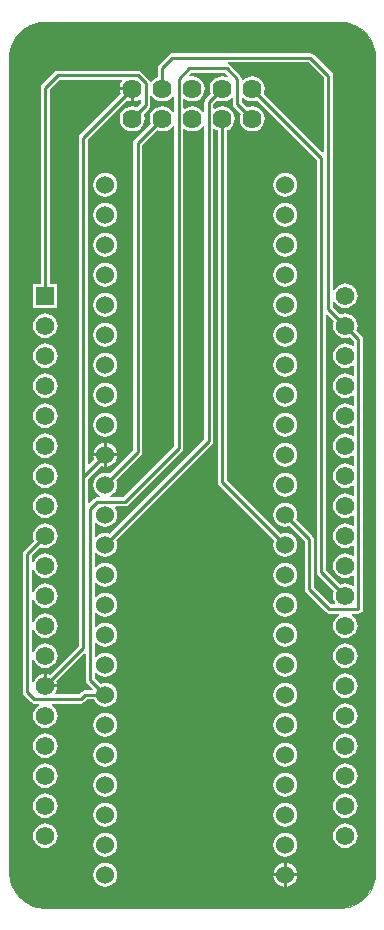
<source format=gtl>
G04*
G04 #@! TF.GenerationSoftware,Altium Limited,Altium Designer,20.1.14 (287)*
G04*
G04 Layer_Physical_Order=1*
G04 Layer_Color=255*
%FSLAX25Y25*%
%MOIN*%
G70*
G04*
G04 #@! TF.SameCoordinates,864C0722-24F4-47D7-AB5F-EB3DBA867953*
G04*
G04*
G04 #@! TF.FilePolarity,Positive*
G04*
G01*
G75*
%ADD13C,0.01000*%
%ADD14C,0.00050*%
%ADD20R,0.06142X0.06142*%
%ADD21C,0.06142*%
%ADD22C,0.06000*%
%ADD23C,0.06378*%
G36*
X110236Y295276D02*
X111010D01*
X112545Y295074D01*
X114041Y294673D01*
X115471Y294080D01*
X116812Y293306D01*
X118041Y292364D01*
X119135Y291269D01*
X120078Y290040D01*
X120852Y288700D01*
X121444Y287269D01*
X121845Y285774D01*
X122047Y284239D01*
Y283465D01*
X122047Y283465D01*
X122047Y283465D01*
Y11811D01*
X122047Y11811D01*
X122047Y11811D01*
Y11037D01*
X121845Y9502D01*
X121444Y8006D01*
X120852Y6576D01*
X120078Y5235D01*
X119135Y4007D01*
X118041Y2912D01*
X116812Y1969D01*
X115471Y1195D01*
X114041Y603D01*
X112545Y202D01*
X111010Y0D01*
X11037D01*
X9502Y202D01*
X8006Y603D01*
X6576Y1195D01*
X5235Y1969D01*
X4007Y2912D01*
X2912Y4007D01*
X1969Y5235D01*
X1195Y6576D01*
X603Y8006D01*
X202Y9502D01*
X0Y11037D01*
Y11811D01*
Y283465D01*
Y284239D01*
X202Y285774D01*
X603Y287269D01*
X1195Y288700D01*
X1969Y290040D01*
X2912Y291269D01*
X4007Y292364D01*
X5235Y293306D01*
X6576Y294080D01*
X8006Y294673D01*
X9502Y295074D01*
X11037Y295276D01*
X11811D01*
X11811Y295276D01*
X11811Y295276D01*
X110236D01*
X110236Y295276D01*
D02*
G37*
%LPC*%
G36*
X100400Y284829D02*
X54300D01*
X53715Y284713D01*
X53219Y284381D01*
X49919Y281081D01*
X49587Y280585D01*
X49471Y280000D01*
Y276901D01*
X48887Y276659D01*
X48012Y275988D01*
X47481Y275295D01*
X46946Y275419D01*
X46913Y275585D01*
X46581Y276081D01*
X44081Y278581D01*
X43585Y278913D01*
X43000Y279029D01*
X16100D01*
X15515Y278913D01*
X15019Y278581D01*
X10919Y274481D01*
X10587Y273985D01*
X10471Y273400D01*
Y208071D01*
X7929D01*
Y199929D01*
X16071D01*
Y208071D01*
X13529D01*
Y272766D01*
X16734Y275971D01*
X37434D01*
X37655Y275522D01*
X37341Y275113D01*
X36919Y274094D01*
X36841Y273500D01*
X41000D01*
Y273000D01*
X41500D01*
Y268841D01*
X42094Y268919D01*
X43113Y269341D01*
X43522Y269655D01*
X43971Y269434D01*
Y268133D01*
X42677Y266840D01*
X42094Y267081D01*
X41000Y267225D01*
X39906Y267081D01*
X38887Y266659D01*
X38012Y265988D01*
X37341Y265113D01*
X36919Y264094D01*
X36775Y263000D01*
X36919Y261906D01*
X37341Y260887D01*
X38012Y260012D01*
X38887Y259341D01*
X39906Y258919D01*
X41000Y258775D01*
X42094Y258919D01*
X43113Y259341D01*
X43988Y260012D01*
X44659Y260887D01*
X45081Y261906D01*
X45225Y263000D01*
X45081Y264094D01*
X44840Y264677D01*
X46581Y266419D01*
X46913Y266915D01*
X47029Y267500D01*
Y270472D01*
X47529Y270642D01*
X48012Y270012D01*
X48887Y269341D01*
X49907Y268919D01*
X51000Y268775D01*
X52094Y268919D01*
X53113Y269341D01*
X53988Y270012D01*
X54471Y270642D01*
X54971Y270472D01*
Y265528D01*
X54471Y265358D01*
X53988Y265988D01*
X53113Y266659D01*
X52094Y267081D01*
X51000Y267225D01*
X49907Y267081D01*
X48887Y266659D01*
X48012Y265988D01*
X47341Y265113D01*
X46919Y264094D01*
X46775Y263000D01*
X46919Y261906D01*
X47160Y261323D01*
X41719Y255881D01*
X41387Y255385D01*
X41271Y254800D01*
Y152434D01*
X33532Y144695D01*
X33044Y144897D01*
X32000Y145035D01*
X30956Y144897D01*
X29983Y144494D01*
X29147Y143853D01*
X28506Y143017D01*
X28103Y142044D01*
X27966Y141000D01*
X28103Y139956D01*
X28506Y138983D01*
X29147Y138147D01*
X29983Y137506D01*
X30409Y137329D01*
X30310Y136829D01*
X29300D01*
X28715Y136713D01*
X28219Y136381D01*
X26691Y134854D01*
X26229Y135046D01*
Y143067D01*
X30468Y147305D01*
X30956Y147103D01*
X31500Y147031D01*
Y150500D01*
X28031D01*
X28103Y149956D01*
X28305Y149468D01*
X26691Y147854D01*
X26229Y148046D01*
Y256066D01*
X39323Y269160D01*
X39906Y268919D01*
X40500Y268841D01*
Y272500D01*
X36841D01*
X36919Y271906D01*
X37160Y271323D01*
X23619Y257781D01*
X23287Y257285D01*
X23171Y256700D01*
Y143700D01*
Y87334D01*
X13586Y77749D01*
X13063Y77966D01*
X12500Y78040D01*
Y74500D01*
X16040D01*
X15966Y75063D01*
X15749Y75586D01*
X25009Y84846D01*
X25471Y84654D01*
Y76000D01*
X25587Y75415D01*
X25919Y74919D01*
X27808Y73029D01*
X27601Y72529D01*
X25200D01*
X24615Y72413D01*
X24119Y72081D01*
X23167Y71129D01*
X15494D01*
X15273Y71578D01*
X15556Y71947D01*
X15966Y72937D01*
X16040Y73500D01*
X12000D01*
Y74000D01*
X11500D01*
Y78040D01*
X10937Y77966D01*
X9947Y77556D01*
X9097Y76903D01*
X8444Y76053D01*
X8034Y75063D01*
X8029Y75028D01*
X7529Y75061D01*
Y82939D01*
X8029Y82972D01*
X8034Y82937D01*
X8444Y81947D01*
X9097Y81097D01*
X9947Y80444D01*
X10937Y80034D01*
X12000Y79894D01*
X13063Y80034D01*
X14053Y80444D01*
X14903Y81097D01*
X15556Y81947D01*
X15966Y82937D01*
X16106Y84000D01*
X15966Y85063D01*
X15556Y86053D01*
X14903Y86903D01*
X14053Y87556D01*
X13063Y87966D01*
X12000Y88106D01*
X10937Y87966D01*
X9947Y87556D01*
X9097Y86903D01*
X8444Y86053D01*
X8034Y85063D01*
X8029Y85028D01*
X7529Y85061D01*
Y92939D01*
X8029Y92972D01*
X8034Y92937D01*
X8444Y91947D01*
X9097Y91097D01*
X9947Y90444D01*
X10937Y90034D01*
X12000Y89894D01*
X13063Y90034D01*
X14053Y90444D01*
X14903Y91097D01*
X15556Y91947D01*
X15966Y92937D01*
X16106Y94000D01*
X15966Y95063D01*
X15556Y96053D01*
X14903Y96903D01*
X14053Y97556D01*
X13063Y97966D01*
X12000Y98106D01*
X10937Y97966D01*
X9947Y97556D01*
X9097Y96903D01*
X8444Y96053D01*
X8034Y95063D01*
X8029Y95028D01*
X7529Y95061D01*
Y102939D01*
X8029Y102972D01*
X8034Y102937D01*
X8444Y101947D01*
X9097Y101097D01*
X9947Y100444D01*
X10937Y100034D01*
X12000Y99894D01*
X13063Y100034D01*
X14053Y100444D01*
X14903Y101097D01*
X15556Y101947D01*
X15966Y102937D01*
X16106Y104000D01*
X15966Y105063D01*
X15556Y106053D01*
X14903Y106903D01*
X14053Y107556D01*
X13063Y107966D01*
X12000Y108106D01*
X10937Y107966D01*
X9947Y107556D01*
X9097Y106903D01*
X8444Y106053D01*
X8034Y105063D01*
X8029Y105028D01*
X7529Y105061D01*
Y112939D01*
X8029Y112972D01*
X8034Y112937D01*
X8444Y111947D01*
X9097Y111097D01*
X9947Y110444D01*
X10937Y110034D01*
X12000Y109894D01*
X13063Y110034D01*
X14053Y110444D01*
X14903Y111097D01*
X15556Y111947D01*
X15966Y112937D01*
X16106Y114000D01*
X15966Y115063D01*
X15556Y116053D01*
X14903Y116903D01*
X14053Y117556D01*
X13063Y117966D01*
X12000Y118106D01*
X10937Y117966D01*
X9947Y117556D01*
X9097Y116903D01*
X8444Y116053D01*
X8034Y115063D01*
X8029Y115028D01*
X7529Y115061D01*
Y117367D01*
X10414Y120251D01*
X10937Y120034D01*
X12000Y119894D01*
X13063Y120034D01*
X14053Y120444D01*
X14903Y121097D01*
X15556Y121947D01*
X15966Y122937D01*
X16106Y124000D01*
X15966Y125063D01*
X15556Y126053D01*
X14903Y126903D01*
X14053Y127556D01*
X13063Y127966D01*
X12000Y128106D01*
X10937Y127966D01*
X9947Y127556D01*
X9097Y126903D01*
X8444Y126053D01*
X8034Y125063D01*
X7894Y124000D01*
X8034Y122937D01*
X8251Y122414D01*
X4919Y119081D01*
X4587Y118585D01*
X4471Y118000D01*
Y72000D01*
X4587Y71415D01*
X4919Y70919D01*
X7319Y68519D01*
X7815Y68187D01*
X8400Y68071D01*
X9883D01*
X9983Y67571D01*
X9947Y67556D01*
X9097Y66903D01*
X8444Y66053D01*
X8034Y65063D01*
X7894Y64000D01*
X8034Y62937D01*
X8444Y61947D01*
X9097Y61097D01*
X9947Y60444D01*
X10937Y60034D01*
X12000Y59894D01*
X13063Y60034D01*
X14053Y60444D01*
X14903Y61097D01*
X15556Y61947D01*
X15966Y62937D01*
X16106Y64000D01*
X15966Y65063D01*
X15556Y66053D01*
X14903Y66903D01*
X14053Y67556D01*
X14017Y67571D01*
X14117Y68071D01*
X23800D01*
X24385Y68187D01*
X24881Y68519D01*
X25833Y69471D01*
X28304D01*
X28506Y68983D01*
X29147Y68147D01*
X29983Y67506D01*
X30956Y67103D01*
X32000Y66966D01*
X33044Y67103D01*
X34017Y67506D01*
X34853Y68147D01*
X35494Y68983D01*
X35897Y69956D01*
X36035Y71000D01*
X35897Y72044D01*
X35494Y73017D01*
X34853Y73853D01*
X34017Y74494D01*
X33044Y74897D01*
X32000Y75034D01*
X30956Y74897D01*
X30468Y74695D01*
X28529Y76634D01*
Y78175D01*
X29003Y78335D01*
X29147Y78147D01*
X29983Y77506D01*
X30956Y77103D01*
X32000Y76965D01*
X33044Y77103D01*
X34017Y77506D01*
X34853Y78147D01*
X35494Y78983D01*
X35897Y79956D01*
X36035Y81000D01*
X35897Y82044D01*
X35494Y83017D01*
X34853Y83853D01*
X34017Y84494D01*
X33044Y84897D01*
X32000Y85035D01*
X30956Y84897D01*
X29983Y84494D01*
X29147Y83853D01*
X29003Y83665D01*
X28529Y83825D01*
Y88174D01*
X29003Y88335D01*
X29147Y88147D01*
X29983Y87506D01*
X30956Y87103D01*
X32000Y86966D01*
X33044Y87103D01*
X34017Y87506D01*
X34853Y88147D01*
X35494Y88983D01*
X35897Y89956D01*
X36035Y91000D01*
X35897Y92044D01*
X35494Y93017D01*
X34853Y93853D01*
X34017Y94494D01*
X33044Y94897D01*
X32000Y95034D01*
X30956Y94897D01*
X29983Y94494D01*
X29147Y93853D01*
X29003Y93665D01*
X28529Y93826D01*
Y98175D01*
X29003Y98335D01*
X29147Y98147D01*
X29983Y97506D01*
X30956Y97103D01*
X32000Y96965D01*
X33044Y97103D01*
X34017Y97506D01*
X34853Y98147D01*
X35494Y98983D01*
X35897Y99956D01*
X36035Y101000D01*
X35897Y102044D01*
X35494Y103017D01*
X34853Y103853D01*
X34017Y104494D01*
X33044Y104897D01*
X32000Y105034D01*
X30956Y104897D01*
X29983Y104494D01*
X29147Y103853D01*
X29003Y103665D01*
X28529Y103825D01*
Y108175D01*
X29003Y108335D01*
X29147Y108147D01*
X29983Y107506D01*
X30956Y107103D01*
X32000Y106965D01*
X33044Y107103D01*
X34017Y107506D01*
X34853Y108147D01*
X35494Y108983D01*
X35897Y109956D01*
X36035Y111000D01*
X35897Y112044D01*
X35494Y113017D01*
X34853Y113853D01*
X34017Y114494D01*
X33044Y114897D01*
X32000Y115034D01*
X30956Y114897D01*
X29983Y114494D01*
X29147Y113853D01*
X29003Y113665D01*
X28529Y113826D01*
Y118175D01*
X29003Y118335D01*
X29147Y118147D01*
X29983Y117506D01*
X30956Y117103D01*
X32000Y116965D01*
X33044Y117103D01*
X34017Y117506D01*
X34853Y118147D01*
X35494Y118983D01*
X35897Y119956D01*
X36035Y121000D01*
X35897Y122044D01*
X35695Y122532D01*
X67581Y154419D01*
X67913Y154915D01*
X68029Y155500D01*
Y259434D01*
X68478Y259655D01*
X68887Y259341D01*
X69471Y259099D01*
Y142000D01*
X69587Y141415D01*
X69919Y140919D01*
X88305Y122532D01*
X88103Y122044D01*
X87966Y121000D01*
X88103Y119956D01*
X88506Y118983D01*
X89147Y118147D01*
X89983Y117506D01*
X90956Y117103D01*
X92000Y116965D01*
X93044Y117103D01*
X94017Y117506D01*
X94853Y118147D01*
X95494Y118983D01*
X95897Y119956D01*
X96034Y121000D01*
X95897Y122044D01*
X95494Y123017D01*
X94853Y123853D01*
X94017Y124494D01*
X93044Y124897D01*
X92000Y125034D01*
X90956Y124897D01*
X90468Y124695D01*
X72529Y142633D01*
Y259099D01*
X73113Y259341D01*
X73988Y260012D01*
X74659Y260887D01*
X75081Y261906D01*
X75225Y263000D01*
X75081Y264094D01*
X74659Y265113D01*
X73988Y265988D01*
X73113Y266659D01*
X72094Y267081D01*
X71000Y267225D01*
X69906Y267081D01*
X68887Y266659D01*
X68478Y266345D01*
X68029Y266566D01*
Y267866D01*
X69323Y269160D01*
X69906Y268919D01*
X71000Y268775D01*
X72094Y268919D01*
X73113Y269341D01*
X73971Y269999D01*
X74151Y269972D01*
X74471Y269864D01*
Y268000D01*
X74587Y267415D01*
X74919Y266919D01*
X77160Y264677D01*
X76919Y264094D01*
X76775Y263000D01*
X76919Y261906D01*
X77341Y260887D01*
X78012Y260012D01*
X78887Y259341D01*
X79906Y258919D01*
X81000Y258775D01*
X82094Y258919D01*
X83113Y259341D01*
X83988Y260012D01*
X84659Y260887D01*
X85081Y261906D01*
X85225Y263000D01*
X85081Y264094D01*
X84659Y265113D01*
X83988Y265988D01*
X83113Y266659D01*
X82094Y267081D01*
X81000Y267225D01*
X79906Y267081D01*
X79323Y266840D01*
X77529Y268634D01*
Y269864D01*
X77849Y269972D01*
X78029Y269999D01*
X78887Y269341D01*
X79906Y268919D01*
X81000Y268775D01*
X82094Y268919D01*
X82677Y269160D01*
X102471Y249366D01*
Y112000D01*
X102587Y111415D01*
X102919Y110919D01*
X108251Y105586D01*
X108034Y105063D01*
X107894Y104000D01*
X108034Y102937D01*
X108444Y101947D01*
X108727Y101578D01*
X108506Y101129D01*
X107321D01*
X101529Y106921D01*
Y123000D01*
X101413Y123585D01*
X101081Y124081D01*
X95695Y129468D01*
X95897Y129956D01*
X96034Y131000D01*
X95897Y132044D01*
X95494Y133017D01*
X94853Y133853D01*
X94017Y134494D01*
X93044Y134897D01*
X92000Y135035D01*
X90956Y134897D01*
X89983Y134494D01*
X89147Y133853D01*
X88506Y133017D01*
X88103Y132044D01*
X87966Y131000D01*
X88103Y129956D01*
X88506Y128983D01*
X89147Y128147D01*
X89983Y127506D01*
X90956Y127103D01*
X92000Y126965D01*
X93044Y127103D01*
X93532Y127305D01*
X98471Y122366D01*
Y106287D01*
X98587Y105702D01*
X98919Y105206D01*
X105606Y98519D01*
X106102Y98187D01*
X106687Y98071D01*
X109883D01*
X109983Y97571D01*
X109947Y97556D01*
X109097Y96903D01*
X108444Y96053D01*
X108034Y95063D01*
X107894Y94000D01*
X108034Y92937D01*
X108444Y91947D01*
X109097Y91097D01*
X109947Y90444D01*
X110937Y90034D01*
X112000Y89894D01*
X113063Y90034D01*
X114053Y90444D01*
X114903Y91097D01*
X115556Y91947D01*
X115966Y92937D01*
X116106Y94000D01*
X115966Y95063D01*
X115556Y96053D01*
X114903Y96903D01*
X114053Y97556D01*
X114017Y97571D01*
X114117Y98071D01*
X116400D01*
X116985Y98187D01*
X117481Y98519D01*
X117813Y99015D01*
X117929Y99600D01*
Y189600D01*
X117813Y190185D01*
X117481Y190681D01*
X115749Y192414D01*
X115966Y192937D01*
X116106Y194000D01*
X115966Y195063D01*
X115556Y196053D01*
X114903Y196903D01*
X114053Y197556D01*
X113063Y197966D01*
X112000Y198106D01*
X110937Y197966D01*
X110414Y197749D01*
X107887Y200275D01*
Y201985D01*
X108387Y202084D01*
X108444Y201947D01*
X109097Y201097D01*
X109947Y200444D01*
X110937Y200034D01*
X112000Y199894D01*
X113063Y200034D01*
X114053Y200444D01*
X114903Y201097D01*
X115556Y201947D01*
X115966Y202937D01*
X116106Y204000D01*
X115966Y205063D01*
X115556Y206053D01*
X114903Y206903D01*
X114053Y207556D01*
X113063Y207966D01*
X112000Y208106D01*
X110937Y207966D01*
X109947Y207556D01*
X109097Y206903D01*
X108444Y206053D01*
X108387Y205916D01*
X107887Y206015D01*
Y277342D01*
X107771Y277927D01*
X107439Y278424D01*
X101481Y284381D01*
X100985Y284713D01*
X100400Y284829D01*
D02*
G37*
G36*
X92000Y245035D02*
X90956Y244897D01*
X89983Y244494D01*
X89147Y243853D01*
X88506Y243017D01*
X88103Y242044D01*
X87966Y241000D01*
X88103Y239956D01*
X88506Y238983D01*
X89147Y238147D01*
X89983Y237506D01*
X90956Y237103D01*
X92000Y236965D01*
X93044Y237103D01*
X94017Y237506D01*
X94853Y238147D01*
X95494Y238983D01*
X95897Y239956D01*
X96034Y241000D01*
X95897Y242044D01*
X95494Y243017D01*
X94853Y243853D01*
X94017Y244494D01*
X93044Y244897D01*
X92000Y245035D01*
D02*
G37*
G36*
X32000D02*
X30956Y244897D01*
X29983Y244494D01*
X29147Y243853D01*
X28506Y243017D01*
X28103Y242044D01*
X27966Y241000D01*
X28103Y239956D01*
X28506Y238983D01*
X29147Y238147D01*
X29983Y237506D01*
X30956Y237103D01*
X32000Y236965D01*
X33044Y237103D01*
X34017Y237506D01*
X34853Y238147D01*
X35494Y238983D01*
X35897Y239956D01*
X36035Y241000D01*
X35897Y242044D01*
X35494Y243017D01*
X34853Y243853D01*
X34017Y244494D01*
X33044Y244897D01*
X32000Y245035D01*
D02*
G37*
G36*
X92000Y235034D02*
X90956Y234897D01*
X89983Y234494D01*
X89147Y233853D01*
X88506Y233017D01*
X88103Y232044D01*
X87966Y231000D01*
X88103Y229956D01*
X88506Y228983D01*
X89147Y228147D01*
X89983Y227506D01*
X90956Y227103D01*
X92000Y226965D01*
X93044Y227103D01*
X94017Y227506D01*
X94853Y228147D01*
X95494Y228983D01*
X95897Y229956D01*
X96034Y231000D01*
X95897Y232044D01*
X95494Y233017D01*
X94853Y233853D01*
X94017Y234494D01*
X93044Y234897D01*
X92000Y235034D01*
D02*
G37*
G36*
X32000D02*
X30956Y234897D01*
X29983Y234494D01*
X29147Y233853D01*
X28506Y233017D01*
X28103Y232044D01*
X27966Y231000D01*
X28103Y229956D01*
X28506Y228983D01*
X29147Y228147D01*
X29983Y227506D01*
X30956Y227103D01*
X32000Y226965D01*
X33044Y227103D01*
X34017Y227506D01*
X34853Y228147D01*
X35494Y228983D01*
X35897Y229956D01*
X36035Y231000D01*
X35897Y232044D01*
X35494Y233017D01*
X34853Y233853D01*
X34017Y234494D01*
X33044Y234897D01*
X32000Y235034D01*
D02*
G37*
G36*
X92000Y225034D02*
X90956Y224897D01*
X89983Y224494D01*
X89147Y223853D01*
X88506Y223017D01*
X88103Y222044D01*
X87966Y221000D01*
X88103Y219956D01*
X88506Y218983D01*
X89147Y218147D01*
X89983Y217506D01*
X90956Y217103D01*
X92000Y216966D01*
X93044Y217103D01*
X94017Y217506D01*
X94853Y218147D01*
X95494Y218983D01*
X95897Y219956D01*
X96034Y221000D01*
X95897Y222044D01*
X95494Y223017D01*
X94853Y223853D01*
X94017Y224494D01*
X93044Y224897D01*
X92000Y225034D01*
D02*
G37*
G36*
X32000D02*
X30956Y224897D01*
X29983Y224494D01*
X29147Y223853D01*
X28506Y223017D01*
X28103Y222044D01*
X27966Y221000D01*
X28103Y219956D01*
X28506Y218983D01*
X29147Y218147D01*
X29983Y217506D01*
X30956Y217103D01*
X32000Y216966D01*
X33044Y217103D01*
X34017Y217506D01*
X34853Y218147D01*
X35494Y218983D01*
X35897Y219956D01*
X36035Y221000D01*
X35897Y222044D01*
X35494Y223017D01*
X34853Y223853D01*
X34017Y224494D01*
X33044Y224897D01*
X32000Y225034D01*
D02*
G37*
G36*
X92000Y215035D02*
X90956Y214897D01*
X89983Y214494D01*
X89147Y213853D01*
X88506Y213017D01*
X88103Y212044D01*
X87966Y211000D01*
X88103Y209956D01*
X88506Y208983D01*
X89147Y208147D01*
X89983Y207506D01*
X90956Y207103D01*
X92000Y206965D01*
X93044Y207103D01*
X94017Y207506D01*
X94853Y208147D01*
X95494Y208983D01*
X95897Y209956D01*
X96034Y211000D01*
X95897Y212044D01*
X95494Y213017D01*
X94853Y213853D01*
X94017Y214494D01*
X93044Y214897D01*
X92000Y215035D01*
D02*
G37*
G36*
X32000D02*
X30956Y214897D01*
X29983Y214494D01*
X29147Y213853D01*
X28506Y213017D01*
X28103Y212044D01*
X27966Y211000D01*
X28103Y209956D01*
X28506Y208983D01*
X29147Y208147D01*
X29983Y207506D01*
X30956Y207103D01*
X32000Y206965D01*
X33044Y207103D01*
X34017Y207506D01*
X34853Y208147D01*
X35494Y208983D01*
X35897Y209956D01*
X36035Y211000D01*
X35897Y212044D01*
X35494Y213017D01*
X34853Y213853D01*
X34017Y214494D01*
X33044Y214897D01*
X32000Y215035D01*
D02*
G37*
G36*
X92000Y205034D02*
X90956Y204897D01*
X89983Y204494D01*
X89147Y203853D01*
X88506Y203017D01*
X88103Y202044D01*
X87966Y201000D01*
X88103Y199956D01*
X88506Y198983D01*
X89147Y198147D01*
X89983Y197506D01*
X90956Y197103D01*
X92000Y196966D01*
X93044Y197103D01*
X94017Y197506D01*
X94853Y198147D01*
X95494Y198983D01*
X95897Y199956D01*
X96034Y201000D01*
X95897Y202044D01*
X95494Y203017D01*
X94853Y203853D01*
X94017Y204494D01*
X93044Y204897D01*
X92000Y205034D01*
D02*
G37*
G36*
X32000D02*
X30956Y204897D01*
X29983Y204494D01*
X29147Y203853D01*
X28506Y203017D01*
X28103Y202044D01*
X27966Y201000D01*
X28103Y199956D01*
X28506Y198983D01*
X29147Y198147D01*
X29983Y197506D01*
X30956Y197103D01*
X32000Y196966D01*
X33044Y197103D01*
X34017Y197506D01*
X34853Y198147D01*
X35494Y198983D01*
X35897Y199956D01*
X36035Y201000D01*
X35897Y202044D01*
X35494Y203017D01*
X34853Y203853D01*
X34017Y204494D01*
X33044Y204897D01*
X32000Y205034D01*
D02*
G37*
G36*
X12000Y198106D02*
X10937Y197966D01*
X9947Y197556D01*
X9097Y196903D01*
X8444Y196053D01*
X8034Y195063D01*
X7894Y194000D01*
X8034Y192937D01*
X8444Y191947D01*
X9097Y191097D01*
X9947Y190444D01*
X10937Y190034D01*
X12000Y189894D01*
X13063Y190034D01*
X14053Y190444D01*
X14903Y191097D01*
X15556Y191947D01*
X15966Y192937D01*
X16106Y194000D01*
X15966Y195063D01*
X15556Y196053D01*
X14903Y196903D01*
X14053Y197556D01*
X13063Y197966D01*
X12000Y198106D01*
D02*
G37*
G36*
X92000Y195035D02*
X90956Y194897D01*
X89983Y194494D01*
X89147Y193853D01*
X88506Y193017D01*
X88103Y192044D01*
X87966Y191000D01*
X88103Y189956D01*
X88506Y188983D01*
X89147Y188147D01*
X89983Y187506D01*
X90956Y187103D01*
X92000Y186966D01*
X93044Y187103D01*
X94017Y187506D01*
X94853Y188147D01*
X95494Y188983D01*
X95897Y189956D01*
X96034Y191000D01*
X95897Y192044D01*
X95494Y193017D01*
X94853Y193853D01*
X94017Y194494D01*
X93044Y194897D01*
X92000Y195035D01*
D02*
G37*
G36*
X32000D02*
X30956Y194897D01*
X29983Y194494D01*
X29147Y193853D01*
X28506Y193017D01*
X28103Y192044D01*
X27966Y191000D01*
X28103Y189956D01*
X28506Y188983D01*
X29147Y188147D01*
X29983Y187506D01*
X30956Y187103D01*
X32000Y186966D01*
X33044Y187103D01*
X34017Y187506D01*
X34853Y188147D01*
X35494Y188983D01*
X35897Y189956D01*
X36035Y191000D01*
X35897Y192044D01*
X35494Y193017D01*
X34853Y193853D01*
X34017Y194494D01*
X33044Y194897D01*
X32000Y195035D01*
D02*
G37*
G36*
X12000Y188106D02*
X10937Y187966D01*
X9947Y187556D01*
X9097Y186903D01*
X8444Y186053D01*
X8034Y185063D01*
X7894Y184000D01*
X8034Y182937D01*
X8444Y181947D01*
X9097Y181097D01*
X9947Y180444D01*
X10937Y180034D01*
X12000Y179894D01*
X13063Y180034D01*
X14053Y180444D01*
X14903Y181097D01*
X15556Y181947D01*
X15966Y182937D01*
X16106Y184000D01*
X15966Y185063D01*
X15556Y186053D01*
X14903Y186903D01*
X14053Y187556D01*
X13063Y187966D01*
X12000Y188106D01*
D02*
G37*
G36*
X92000Y185035D02*
X90956Y184897D01*
X89983Y184494D01*
X89147Y183853D01*
X88506Y183017D01*
X88103Y182044D01*
X87966Y181000D01*
X88103Y179956D01*
X88506Y178983D01*
X89147Y178147D01*
X89983Y177506D01*
X90956Y177103D01*
X92000Y176965D01*
X93044Y177103D01*
X94017Y177506D01*
X94853Y178147D01*
X95494Y178983D01*
X95897Y179956D01*
X96034Y181000D01*
X95897Y182044D01*
X95494Y183017D01*
X94853Y183853D01*
X94017Y184494D01*
X93044Y184897D01*
X92000Y185035D01*
D02*
G37*
G36*
X32000D02*
X30956Y184897D01*
X29983Y184494D01*
X29147Y183853D01*
X28506Y183017D01*
X28103Y182044D01*
X27966Y181000D01*
X28103Y179956D01*
X28506Y178983D01*
X29147Y178147D01*
X29983Y177506D01*
X30956Y177103D01*
X32000Y176965D01*
X33044Y177103D01*
X34017Y177506D01*
X34853Y178147D01*
X35494Y178983D01*
X35897Y179956D01*
X36035Y181000D01*
X35897Y182044D01*
X35494Y183017D01*
X34853Y183853D01*
X34017Y184494D01*
X33044Y184897D01*
X32000Y185035D01*
D02*
G37*
G36*
X12000Y178106D02*
X10937Y177966D01*
X9947Y177556D01*
X9097Y176903D01*
X8444Y176053D01*
X8034Y175063D01*
X7894Y174000D01*
X8034Y172937D01*
X8444Y171947D01*
X9097Y171097D01*
X9947Y170444D01*
X10937Y170034D01*
X12000Y169894D01*
X13063Y170034D01*
X14053Y170444D01*
X14903Y171097D01*
X15556Y171947D01*
X15966Y172937D01*
X16106Y174000D01*
X15966Y175063D01*
X15556Y176053D01*
X14903Y176903D01*
X14053Y177556D01*
X13063Y177966D01*
X12000Y178106D01*
D02*
G37*
G36*
X92000Y175034D02*
X90956Y174897D01*
X89983Y174494D01*
X89147Y173853D01*
X88506Y173017D01*
X88103Y172044D01*
X87966Y171000D01*
X88103Y169956D01*
X88506Y168983D01*
X89147Y168147D01*
X89983Y167506D01*
X90956Y167103D01*
X92000Y166965D01*
X93044Y167103D01*
X94017Y167506D01*
X94853Y168147D01*
X95494Y168983D01*
X95897Y169956D01*
X96034Y171000D01*
X95897Y172044D01*
X95494Y173017D01*
X94853Y173853D01*
X94017Y174494D01*
X93044Y174897D01*
X92000Y175034D01*
D02*
G37*
G36*
X32000D02*
X30956Y174897D01*
X29983Y174494D01*
X29147Y173853D01*
X28506Y173017D01*
X28103Y172044D01*
X27966Y171000D01*
X28103Y169956D01*
X28506Y168983D01*
X29147Y168147D01*
X29983Y167506D01*
X30956Y167103D01*
X32000Y166965D01*
X33044Y167103D01*
X34017Y167506D01*
X34853Y168147D01*
X35494Y168983D01*
X35897Y169956D01*
X36035Y171000D01*
X35897Y172044D01*
X35494Y173017D01*
X34853Y173853D01*
X34017Y174494D01*
X33044Y174897D01*
X32000Y175034D01*
D02*
G37*
G36*
X12000Y168106D02*
X10937Y167966D01*
X9947Y167556D01*
X9097Y166903D01*
X8444Y166053D01*
X8034Y165063D01*
X7894Y164000D01*
X8034Y162937D01*
X8444Y161947D01*
X9097Y161097D01*
X9947Y160444D01*
X10937Y160034D01*
X12000Y159894D01*
X13063Y160034D01*
X14053Y160444D01*
X14903Y161097D01*
X15556Y161947D01*
X15966Y162937D01*
X16106Y164000D01*
X15966Y165063D01*
X15556Y166053D01*
X14903Y166903D01*
X14053Y167556D01*
X13063Y167966D01*
X12000Y168106D01*
D02*
G37*
G36*
X92000Y165034D02*
X90956Y164897D01*
X89983Y164494D01*
X89147Y163853D01*
X88506Y163017D01*
X88103Y162044D01*
X87966Y161000D01*
X88103Y159956D01*
X88506Y158983D01*
X89147Y158147D01*
X89983Y157506D01*
X90956Y157103D01*
X92000Y156965D01*
X93044Y157103D01*
X94017Y157506D01*
X94853Y158147D01*
X95494Y158983D01*
X95897Y159956D01*
X96034Y161000D01*
X95897Y162044D01*
X95494Y163017D01*
X94853Y163853D01*
X94017Y164494D01*
X93044Y164897D01*
X92000Y165034D01*
D02*
G37*
G36*
X32000D02*
X30956Y164897D01*
X29983Y164494D01*
X29147Y163853D01*
X28506Y163017D01*
X28103Y162044D01*
X27966Y161000D01*
X28103Y159956D01*
X28506Y158983D01*
X29147Y158147D01*
X29983Y157506D01*
X30956Y157103D01*
X32000Y156965D01*
X33044Y157103D01*
X34017Y157506D01*
X34853Y158147D01*
X35494Y158983D01*
X35897Y159956D01*
X36035Y161000D01*
X35897Y162044D01*
X35494Y163017D01*
X34853Y163853D01*
X34017Y164494D01*
X33044Y164897D01*
X32000Y165034D01*
D02*
G37*
G36*
X32500Y154969D02*
Y151500D01*
X35969D01*
X35897Y152044D01*
X35494Y153017D01*
X34853Y153853D01*
X34017Y154494D01*
X33044Y154897D01*
X32500Y154969D01*
D02*
G37*
G36*
X31500D02*
X30956Y154897D01*
X29983Y154494D01*
X29147Y153853D01*
X28506Y153017D01*
X28103Y152044D01*
X28031Y151500D01*
X31500D01*
Y154969D01*
D02*
G37*
G36*
X12000Y158106D02*
X10937Y157966D01*
X9947Y157556D01*
X9097Y156903D01*
X8444Y156053D01*
X8034Y155063D01*
X7894Y154000D01*
X8034Y152937D01*
X8444Y151947D01*
X9097Y151097D01*
X9947Y150444D01*
X10937Y150034D01*
X12000Y149894D01*
X13063Y150034D01*
X14053Y150444D01*
X14903Y151097D01*
X15556Y151947D01*
X15966Y152937D01*
X16106Y154000D01*
X15966Y155063D01*
X15556Y156053D01*
X14903Y156903D01*
X14053Y157556D01*
X13063Y157966D01*
X12000Y158106D01*
D02*
G37*
G36*
X35969Y150500D02*
X32500D01*
Y147031D01*
X33044Y147103D01*
X34017Y147506D01*
X34853Y148147D01*
X35494Y148983D01*
X35897Y149956D01*
X35969Y150500D01*
D02*
G37*
G36*
X92000Y155034D02*
X90956Y154897D01*
X89983Y154494D01*
X89147Y153853D01*
X88506Y153017D01*
X88103Y152044D01*
X87966Y151000D01*
X88103Y149956D01*
X88506Y148983D01*
X89147Y148147D01*
X89983Y147506D01*
X90956Y147103D01*
X92000Y146966D01*
X93044Y147103D01*
X94017Y147506D01*
X94853Y148147D01*
X95494Y148983D01*
X95897Y149956D01*
X96034Y151000D01*
X95897Y152044D01*
X95494Y153017D01*
X94853Y153853D01*
X94017Y154494D01*
X93044Y154897D01*
X92000Y155034D01*
D02*
G37*
G36*
X12000Y148106D02*
X10937Y147966D01*
X9947Y147556D01*
X9097Y146903D01*
X8444Y146053D01*
X8034Y145063D01*
X7894Y144000D01*
X8034Y142937D01*
X8444Y141947D01*
X9097Y141097D01*
X9947Y140444D01*
X10937Y140034D01*
X12000Y139894D01*
X13063Y140034D01*
X14053Y140444D01*
X14903Y141097D01*
X15556Y141947D01*
X15966Y142937D01*
X16106Y144000D01*
X15966Y145063D01*
X15556Y146053D01*
X14903Y146903D01*
X14053Y147556D01*
X13063Y147966D01*
X12000Y148106D01*
D02*
G37*
G36*
X92000Y145035D02*
X90956Y144897D01*
X89983Y144494D01*
X89147Y143853D01*
X88506Y143017D01*
X88103Y142044D01*
X87966Y141000D01*
X88103Y139956D01*
X88506Y138983D01*
X89147Y138147D01*
X89983Y137506D01*
X90956Y137103D01*
X92000Y136966D01*
X93044Y137103D01*
X94017Y137506D01*
X94853Y138147D01*
X95494Y138983D01*
X95897Y139956D01*
X96034Y141000D01*
X95897Y142044D01*
X95494Y143017D01*
X94853Y143853D01*
X94017Y144494D01*
X93044Y144897D01*
X92000Y145035D01*
D02*
G37*
G36*
X12000Y138106D02*
X10937Y137966D01*
X9947Y137556D01*
X9097Y136903D01*
X8444Y136053D01*
X8034Y135063D01*
X7894Y134000D01*
X8034Y132937D01*
X8444Y131947D01*
X9097Y131097D01*
X9947Y130444D01*
X10937Y130034D01*
X12000Y129894D01*
X13063Y130034D01*
X14053Y130444D01*
X14903Y131097D01*
X15556Y131947D01*
X15966Y132937D01*
X16106Y134000D01*
X15966Y135063D01*
X15556Y136053D01*
X14903Y136903D01*
X14053Y137556D01*
X13063Y137966D01*
X12000Y138106D01*
D02*
G37*
G36*
X92000Y115034D02*
X90956Y114897D01*
X89983Y114494D01*
X89147Y113853D01*
X88506Y113017D01*
X88103Y112044D01*
X87966Y111000D01*
X88103Y109956D01*
X88506Y108983D01*
X89147Y108147D01*
X89983Y107506D01*
X90956Y107103D01*
X92000Y106965D01*
X93044Y107103D01*
X94017Y107506D01*
X94853Y108147D01*
X95494Y108983D01*
X95897Y109956D01*
X96034Y111000D01*
X95897Y112044D01*
X95494Y113017D01*
X94853Y113853D01*
X94017Y114494D01*
X93044Y114897D01*
X92000Y115034D01*
D02*
G37*
G36*
Y105034D02*
X90956Y104897D01*
X89983Y104494D01*
X89147Y103853D01*
X88506Y103017D01*
X88103Y102044D01*
X87966Y101000D01*
X88103Y99956D01*
X88506Y98983D01*
X89147Y98147D01*
X89983Y97506D01*
X90956Y97103D01*
X92000Y96965D01*
X93044Y97103D01*
X94017Y97506D01*
X94853Y98147D01*
X95494Y98983D01*
X95897Y99956D01*
X96034Y101000D01*
X95897Y102044D01*
X95494Y103017D01*
X94853Y103853D01*
X94017Y104494D01*
X93044Y104897D01*
X92000Y105034D01*
D02*
G37*
G36*
Y95034D02*
X90956Y94897D01*
X89983Y94494D01*
X89147Y93853D01*
X88506Y93017D01*
X88103Y92044D01*
X87966Y91000D01*
X88103Y89956D01*
X88506Y88983D01*
X89147Y88147D01*
X89983Y87506D01*
X90956Y87103D01*
X92000Y86966D01*
X93044Y87103D01*
X94017Y87506D01*
X94853Y88147D01*
X95494Y88983D01*
X95897Y89956D01*
X96034Y91000D01*
X95897Y92044D01*
X95494Y93017D01*
X94853Y93853D01*
X94017Y94494D01*
X93044Y94897D01*
X92000Y95034D01*
D02*
G37*
G36*
X112000Y88106D02*
X110937Y87966D01*
X109947Y87556D01*
X109097Y86903D01*
X108444Y86053D01*
X108034Y85063D01*
X107894Y84000D01*
X108034Y82937D01*
X108444Y81947D01*
X109097Y81097D01*
X109947Y80444D01*
X110937Y80034D01*
X112000Y79894D01*
X113063Y80034D01*
X114053Y80444D01*
X114903Y81097D01*
X115556Y81947D01*
X115966Y82937D01*
X116106Y84000D01*
X115966Y85063D01*
X115556Y86053D01*
X114903Y86903D01*
X114053Y87556D01*
X113063Y87966D01*
X112000Y88106D01*
D02*
G37*
G36*
X92000Y85035D02*
X90956Y84897D01*
X89983Y84494D01*
X89147Y83853D01*
X88506Y83017D01*
X88103Y82044D01*
X87966Y81000D01*
X88103Y79956D01*
X88506Y78983D01*
X89147Y78147D01*
X89983Y77506D01*
X90956Y77103D01*
X92000Y76965D01*
X93044Y77103D01*
X94017Y77506D01*
X94853Y78147D01*
X95494Y78983D01*
X95897Y79956D01*
X96034Y81000D01*
X95897Y82044D01*
X95494Y83017D01*
X94853Y83853D01*
X94017Y84494D01*
X93044Y84897D01*
X92000Y85035D01*
D02*
G37*
G36*
X112000Y78106D02*
X110937Y77966D01*
X109947Y77556D01*
X109097Y76903D01*
X108444Y76053D01*
X108034Y75063D01*
X107894Y74000D01*
X108034Y72937D01*
X108444Y71947D01*
X109097Y71097D01*
X109947Y70444D01*
X110937Y70034D01*
X112000Y69894D01*
X113063Y70034D01*
X114053Y70444D01*
X114903Y71097D01*
X115556Y71947D01*
X115966Y72937D01*
X116106Y74000D01*
X115966Y75063D01*
X115556Y76053D01*
X114903Y76903D01*
X114053Y77556D01*
X113063Y77966D01*
X112000Y78106D01*
D02*
G37*
G36*
X92000Y75034D02*
X90956Y74897D01*
X89983Y74494D01*
X89147Y73853D01*
X88506Y73017D01*
X88103Y72044D01*
X87966Y71000D01*
X88103Y69956D01*
X88506Y68983D01*
X89147Y68147D01*
X89983Y67506D01*
X90956Y67103D01*
X92000Y66966D01*
X93044Y67103D01*
X94017Y67506D01*
X94853Y68147D01*
X95494Y68983D01*
X95897Y69956D01*
X96034Y71000D01*
X95897Y72044D01*
X95494Y73017D01*
X94853Y73853D01*
X94017Y74494D01*
X93044Y74897D01*
X92000Y75034D01*
D02*
G37*
G36*
X112000Y68106D02*
X110937Y67966D01*
X109947Y67556D01*
X109097Y66903D01*
X108444Y66053D01*
X108034Y65063D01*
X107894Y64000D01*
X108034Y62937D01*
X108444Y61947D01*
X109097Y61097D01*
X109947Y60444D01*
X110937Y60034D01*
X112000Y59894D01*
X113063Y60034D01*
X114053Y60444D01*
X114903Y61097D01*
X115556Y61947D01*
X115966Y62937D01*
X116106Y64000D01*
X115966Y65063D01*
X115556Y66053D01*
X114903Y66903D01*
X114053Y67556D01*
X113063Y67966D01*
X112000Y68106D01*
D02*
G37*
G36*
X92000Y65035D02*
X90956Y64897D01*
X89983Y64494D01*
X89147Y63853D01*
X88506Y63017D01*
X88103Y62044D01*
X87966Y61000D01*
X88103Y59956D01*
X88506Y58983D01*
X89147Y58147D01*
X89983Y57506D01*
X90956Y57103D01*
X92000Y56966D01*
X93044Y57103D01*
X94017Y57506D01*
X94853Y58147D01*
X95494Y58983D01*
X95897Y59956D01*
X96034Y61000D01*
X95897Y62044D01*
X95494Y63017D01*
X94853Y63853D01*
X94017Y64494D01*
X93044Y64897D01*
X92000Y65035D01*
D02*
G37*
G36*
X32000D02*
X30956Y64897D01*
X29983Y64494D01*
X29147Y63853D01*
X28506Y63017D01*
X28103Y62044D01*
X27966Y61000D01*
X28103Y59956D01*
X28506Y58983D01*
X29147Y58147D01*
X29983Y57506D01*
X30956Y57103D01*
X32000Y56966D01*
X33044Y57103D01*
X34017Y57506D01*
X34853Y58147D01*
X35494Y58983D01*
X35897Y59956D01*
X36035Y61000D01*
X35897Y62044D01*
X35494Y63017D01*
X34853Y63853D01*
X34017Y64494D01*
X33044Y64897D01*
X32000Y65035D01*
D02*
G37*
G36*
X112000Y58106D02*
X110937Y57966D01*
X109947Y57556D01*
X109097Y56903D01*
X108444Y56053D01*
X108034Y55063D01*
X107894Y54000D01*
X108034Y52937D01*
X108444Y51947D01*
X109097Y51097D01*
X109947Y50444D01*
X110937Y50034D01*
X112000Y49894D01*
X113063Y50034D01*
X114053Y50444D01*
X114903Y51097D01*
X115556Y51947D01*
X115966Y52937D01*
X116106Y54000D01*
X115966Y55063D01*
X115556Y56053D01*
X114903Y56903D01*
X114053Y57556D01*
X113063Y57966D01*
X112000Y58106D01*
D02*
G37*
G36*
X12000D02*
X10937Y57966D01*
X9947Y57556D01*
X9097Y56903D01*
X8444Y56053D01*
X8034Y55063D01*
X7894Y54000D01*
X8034Y52937D01*
X8444Y51947D01*
X9097Y51097D01*
X9947Y50444D01*
X10937Y50034D01*
X12000Y49894D01*
X13063Y50034D01*
X14053Y50444D01*
X14903Y51097D01*
X15556Y51947D01*
X15966Y52937D01*
X16106Y54000D01*
X15966Y55063D01*
X15556Y56053D01*
X14903Y56903D01*
X14053Y57556D01*
X13063Y57966D01*
X12000Y58106D01*
D02*
G37*
G36*
X92000Y55035D02*
X90956Y54897D01*
X89983Y54494D01*
X89147Y53853D01*
X88506Y53017D01*
X88103Y52044D01*
X87966Y51000D01*
X88103Y49956D01*
X88506Y48983D01*
X89147Y48147D01*
X89983Y47506D01*
X90956Y47103D01*
X92000Y46966D01*
X93044Y47103D01*
X94017Y47506D01*
X94853Y48147D01*
X95494Y48983D01*
X95897Y49956D01*
X96034Y51000D01*
X95897Y52044D01*
X95494Y53017D01*
X94853Y53853D01*
X94017Y54494D01*
X93044Y54897D01*
X92000Y55035D01*
D02*
G37*
G36*
X32000D02*
X30956Y54897D01*
X29983Y54494D01*
X29147Y53853D01*
X28506Y53017D01*
X28103Y52044D01*
X27966Y51000D01*
X28103Y49956D01*
X28506Y48983D01*
X29147Y48147D01*
X29983Y47506D01*
X30956Y47103D01*
X32000Y46966D01*
X33044Y47103D01*
X34017Y47506D01*
X34853Y48147D01*
X35494Y48983D01*
X35897Y49956D01*
X36035Y51000D01*
X35897Y52044D01*
X35494Y53017D01*
X34853Y53853D01*
X34017Y54494D01*
X33044Y54897D01*
X32000Y55035D01*
D02*
G37*
G36*
X112000Y48106D02*
X110937Y47966D01*
X109947Y47556D01*
X109097Y46903D01*
X108444Y46053D01*
X108034Y45063D01*
X107894Y44000D01*
X108034Y42937D01*
X108444Y41947D01*
X109097Y41097D01*
X109947Y40444D01*
X110937Y40034D01*
X112000Y39894D01*
X113063Y40034D01*
X114053Y40444D01*
X114903Y41097D01*
X115556Y41947D01*
X115966Y42937D01*
X116106Y44000D01*
X115966Y45063D01*
X115556Y46053D01*
X114903Y46903D01*
X114053Y47556D01*
X113063Y47966D01*
X112000Y48106D01*
D02*
G37*
G36*
X12000D02*
X10937Y47966D01*
X9947Y47556D01*
X9097Y46903D01*
X8444Y46053D01*
X8034Y45063D01*
X7894Y44000D01*
X8034Y42937D01*
X8444Y41947D01*
X9097Y41097D01*
X9947Y40444D01*
X10937Y40034D01*
X12000Y39894D01*
X13063Y40034D01*
X14053Y40444D01*
X14903Y41097D01*
X15556Y41947D01*
X15966Y42937D01*
X16106Y44000D01*
X15966Y45063D01*
X15556Y46053D01*
X14903Y46903D01*
X14053Y47556D01*
X13063Y47966D01*
X12000Y48106D01*
D02*
G37*
G36*
X92000Y45035D02*
X90956Y44897D01*
X89983Y44494D01*
X89147Y43853D01*
X88506Y43017D01*
X88103Y42044D01*
X87966Y41000D01*
X88103Y39956D01*
X88506Y38983D01*
X89147Y38147D01*
X89983Y37506D01*
X90956Y37103D01*
X92000Y36966D01*
X93044Y37103D01*
X94017Y37506D01*
X94853Y38147D01*
X95494Y38983D01*
X95897Y39956D01*
X96034Y41000D01*
X95897Y42044D01*
X95494Y43017D01*
X94853Y43853D01*
X94017Y44494D01*
X93044Y44897D01*
X92000Y45035D01*
D02*
G37*
G36*
X32000D02*
X30956Y44897D01*
X29983Y44494D01*
X29147Y43853D01*
X28506Y43017D01*
X28103Y42044D01*
X27966Y41000D01*
X28103Y39956D01*
X28506Y38983D01*
X29147Y38147D01*
X29983Y37506D01*
X30956Y37103D01*
X32000Y36966D01*
X33044Y37103D01*
X34017Y37506D01*
X34853Y38147D01*
X35494Y38983D01*
X35897Y39956D01*
X36035Y41000D01*
X35897Y42044D01*
X35494Y43017D01*
X34853Y43853D01*
X34017Y44494D01*
X33044Y44897D01*
X32000Y45035D01*
D02*
G37*
G36*
X112000Y38106D02*
X110937Y37966D01*
X109947Y37556D01*
X109097Y36903D01*
X108444Y36053D01*
X108034Y35063D01*
X107894Y34000D01*
X108034Y32937D01*
X108444Y31947D01*
X109097Y31097D01*
X109947Y30444D01*
X110937Y30034D01*
X112000Y29894D01*
X113063Y30034D01*
X114053Y30444D01*
X114903Y31097D01*
X115556Y31947D01*
X115966Y32937D01*
X116106Y34000D01*
X115966Y35063D01*
X115556Y36053D01*
X114903Y36903D01*
X114053Y37556D01*
X113063Y37966D01*
X112000Y38106D01*
D02*
G37*
G36*
X12000D02*
X10937Y37966D01*
X9947Y37556D01*
X9097Y36903D01*
X8444Y36053D01*
X8034Y35063D01*
X7894Y34000D01*
X8034Y32937D01*
X8444Y31947D01*
X9097Y31097D01*
X9947Y30444D01*
X10937Y30034D01*
X12000Y29894D01*
X13063Y30034D01*
X14053Y30444D01*
X14903Y31097D01*
X15556Y31947D01*
X15966Y32937D01*
X16106Y34000D01*
X15966Y35063D01*
X15556Y36053D01*
X14903Y36903D01*
X14053Y37556D01*
X13063Y37966D01*
X12000Y38106D01*
D02*
G37*
G36*
X92000Y35034D02*
X90956Y34897D01*
X89983Y34494D01*
X89147Y33853D01*
X88506Y33017D01*
X88103Y32044D01*
X87966Y31000D01*
X88103Y29956D01*
X88506Y28983D01*
X89147Y28147D01*
X89983Y27506D01*
X90956Y27103D01*
X92000Y26965D01*
X93044Y27103D01*
X94017Y27506D01*
X94853Y28147D01*
X95494Y28983D01*
X95897Y29956D01*
X96034Y31000D01*
X95897Y32044D01*
X95494Y33017D01*
X94853Y33853D01*
X94017Y34494D01*
X93044Y34897D01*
X92000Y35034D01*
D02*
G37*
G36*
X32000D02*
X30956Y34897D01*
X29983Y34494D01*
X29147Y33853D01*
X28506Y33017D01*
X28103Y32044D01*
X27966Y31000D01*
X28103Y29956D01*
X28506Y28983D01*
X29147Y28147D01*
X29983Y27506D01*
X30956Y27103D01*
X32000Y26965D01*
X33044Y27103D01*
X34017Y27506D01*
X34853Y28147D01*
X35494Y28983D01*
X35897Y29956D01*
X36035Y31000D01*
X35897Y32044D01*
X35494Y33017D01*
X34853Y33853D01*
X34017Y34494D01*
X33044Y34897D01*
X32000Y35034D01*
D02*
G37*
G36*
X112000Y28106D02*
X110937Y27966D01*
X109947Y27556D01*
X109097Y26903D01*
X108444Y26053D01*
X108034Y25063D01*
X107894Y24000D01*
X108034Y22937D01*
X108444Y21947D01*
X109097Y21097D01*
X109947Y20444D01*
X110937Y20034D01*
X112000Y19894D01*
X113063Y20034D01*
X114053Y20444D01*
X114903Y21097D01*
X115556Y21947D01*
X115966Y22937D01*
X116106Y24000D01*
X115966Y25063D01*
X115556Y26053D01*
X114903Y26903D01*
X114053Y27556D01*
X113063Y27966D01*
X112000Y28106D01*
D02*
G37*
G36*
X12000D02*
X10937Y27966D01*
X9947Y27556D01*
X9097Y26903D01*
X8444Y26053D01*
X8034Y25063D01*
X7894Y24000D01*
X8034Y22937D01*
X8444Y21947D01*
X9097Y21097D01*
X9947Y20444D01*
X10937Y20034D01*
X12000Y19894D01*
X13063Y20034D01*
X14053Y20444D01*
X14903Y21097D01*
X15556Y21947D01*
X15966Y22937D01*
X16106Y24000D01*
X15966Y25063D01*
X15556Y26053D01*
X14903Y26903D01*
X14053Y27556D01*
X13063Y27966D01*
X12000Y28106D01*
D02*
G37*
G36*
X92000Y25034D02*
X90956Y24897D01*
X89983Y24494D01*
X89147Y23853D01*
X88506Y23017D01*
X88103Y22044D01*
X87966Y21000D01*
X88103Y19956D01*
X88506Y18983D01*
X89147Y18147D01*
X89983Y17506D01*
X90956Y17103D01*
X92000Y16965D01*
X93044Y17103D01*
X94017Y17506D01*
X94853Y18147D01*
X95494Y18983D01*
X95897Y19956D01*
X96034Y21000D01*
X95897Y22044D01*
X95494Y23017D01*
X94853Y23853D01*
X94017Y24494D01*
X93044Y24897D01*
X92000Y25034D01*
D02*
G37*
G36*
X32000D02*
X30956Y24897D01*
X29983Y24494D01*
X29147Y23853D01*
X28506Y23017D01*
X28103Y22044D01*
X27966Y21000D01*
X28103Y19956D01*
X28506Y18983D01*
X29147Y18147D01*
X29983Y17506D01*
X30956Y17103D01*
X32000Y16965D01*
X33044Y17103D01*
X34017Y17506D01*
X34853Y18147D01*
X35494Y18983D01*
X35897Y19956D01*
X36035Y21000D01*
X35897Y22044D01*
X35494Y23017D01*
X34853Y23853D01*
X34017Y24494D01*
X33044Y24897D01*
X32000Y25034D01*
D02*
G37*
G36*
X92500Y14969D02*
Y11500D01*
X95969D01*
X95897Y12044D01*
X95494Y13017D01*
X94853Y13853D01*
X94017Y14494D01*
X93044Y14897D01*
X92500Y14969D01*
D02*
G37*
G36*
X91500D02*
X90956Y14897D01*
X89983Y14494D01*
X89147Y13853D01*
X88506Y13017D01*
X88103Y12044D01*
X88031Y11500D01*
X91500D01*
Y14969D01*
D02*
G37*
G36*
X95969Y10500D02*
X92500D01*
Y7031D01*
X93044Y7103D01*
X94017Y7506D01*
X94853Y8147D01*
X95494Y8983D01*
X95897Y9956D01*
X95969Y10500D01*
D02*
G37*
G36*
X91500D02*
X88031D01*
X88103Y9956D01*
X88506Y8983D01*
X89147Y8147D01*
X89983Y7506D01*
X90956Y7103D01*
X91500Y7031D01*
Y10500D01*
D02*
G37*
G36*
X32000Y15034D02*
X30956Y14897D01*
X29983Y14494D01*
X29147Y13853D01*
X28506Y13017D01*
X28103Y12044D01*
X27966Y11000D01*
X28103Y9956D01*
X28506Y8983D01*
X29147Y8147D01*
X29983Y7506D01*
X30956Y7103D01*
X32000Y6966D01*
X33044Y7103D01*
X34017Y7506D01*
X34853Y8147D01*
X35494Y8983D01*
X35897Y9956D01*
X36035Y11000D01*
X35897Y12044D01*
X35494Y13017D01*
X34853Y13853D01*
X34017Y14494D01*
X33044Y14897D01*
X32000Y15034D01*
D02*
G37*
%LPD*%
G36*
X72813Y277325D02*
X72529Y276901D01*
X72094Y277081D01*
X71000Y277225D01*
X69906Y277081D01*
X68887Y276659D01*
X68012Y275988D01*
X67341Y275113D01*
X66919Y274094D01*
X66775Y273000D01*
X66919Y271906D01*
X67160Y271323D01*
X65419Y269581D01*
X65087Y269085D01*
X64971Y268500D01*
Y265528D01*
X64471Y265358D01*
X63988Y265988D01*
X63113Y266659D01*
X62094Y267081D01*
X61000Y267225D01*
X59906Y267081D01*
X58887Y266659D01*
X58478Y266345D01*
X58029Y266566D01*
Y269434D01*
X58478Y269655D01*
X58887Y269341D01*
X59906Y268919D01*
X61000Y268775D01*
X62094Y268919D01*
X63113Y269341D01*
X63988Y270012D01*
X64659Y270887D01*
X65081Y271906D01*
X65225Y273000D01*
X65081Y274094D01*
X64659Y275113D01*
X63988Y275988D01*
X63113Y276659D01*
X62094Y277081D01*
X61000Y277225D01*
X60188Y277118D01*
X59955Y277592D01*
X60633Y278271D01*
X71867D01*
X72813Y277325D01*
D02*
G37*
G36*
X64971Y260472D02*
Y156133D01*
X33532Y124695D01*
X33044Y124897D01*
X32000Y125034D01*
X30956Y124897D01*
X29983Y124494D01*
X29147Y123853D01*
X29003Y123665D01*
X28529Y123826D01*
Y128174D01*
X29003Y128335D01*
X29147Y128147D01*
X29983Y127506D01*
X30956Y127103D01*
X32000Y126965D01*
X33044Y127103D01*
X34017Y127506D01*
X34853Y128147D01*
X35494Y128983D01*
X35897Y129956D01*
X36035Y131000D01*
X35897Y132044D01*
X35494Y133017D01*
X35260Y133322D01*
X35481Y133771D01*
X38600D01*
X39185Y133887D01*
X39681Y134219D01*
X57581Y152119D01*
X57913Y152615D01*
X58029Y153200D01*
Y259434D01*
X58478Y259655D01*
X58887Y259341D01*
X59906Y258919D01*
X61000Y258775D01*
X62094Y258919D01*
X63113Y259341D01*
X63988Y260012D01*
X64471Y260642D01*
X64971Y260472D01*
D02*
G37*
G36*
X54971D02*
Y153833D01*
X37966Y136829D01*
X33690D01*
X33591Y137329D01*
X34017Y137506D01*
X34853Y138147D01*
X35494Y138983D01*
X35897Y139956D01*
X36035Y141000D01*
X35897Y142044D01*
X35695Y142532D01*
X43881Y150719D01*
X44213Y151215D01*
X44329Y151800D01*
Y254167D01*
X49323Y259160D01*
X49907Y258919D01*
X51000Y258775D01*
X52094Y258919D01*
X53113Y259341D01*
X53988Y260012D01*
X54471Y260642D01*
X54971Y260472D01*
D02*
G37*
G36*
X104829Y276709D02*
Y251988D01*
X104367Y251796D01*
X84840Y271323D01*
X85081Y271906D01*
X85225Y273000D01*
X85081Y274094D01*
X84659Y275113D01*
X83988Y275988D01*
X83113Y276659D01*
X82094Y277081D01*
X81000Y277225D01*
X79906Y277081D01*
X78887Y276659D01*
X78029Y276001D01*
X77849Y276027D01*
X77529Y276136D01*
Y276300D01*
X77413Y276885D01*
X77081Y277381D01*
X73581Y280881D01*
X73085Y281213D01*
X72795Y281271D01*
X72845Y281771D01*
X99766D01*
X104829Y276709D01*
D02*
G37*
G36*
X108251Y195586D02*
X108034Y195063D01*
X107894Y194000D01*
X108034Y192937D01*
X108444Y191947D01*
X109097Y191097D01*
X109947Y190444D01*
X110937Y190034D01*
X112000Y189894D01*
X113063Y190034D01*
X113586Y190251D01*
X114871Y188967D01*
Y187494D01*
X114422Y187273D01*
X114053Y187556D01*
X113063Y187966D01*
X112000Y188106D01*
X110937Y187966D01*
X109947Y187556D01*
X109097Y186903D01*
X108444Y186053D01*
X108034Y185063D01*
X107894Y184000D01*
X108034Y182937D01*
X108444Y181947D01*
X109097Y181097D01*
X109947Y180444D01*
X110937Y180034D01*
X112000Y179894D01*
X113063Y180034D01*
X114053Y180444D01*
X114422Y180727D01*
X114871Y180506D01*
Y177494D01*
X114422Y177273D01*
X114053Y177556D01*
X113063Y177966D01*
X112000Y178106D01*
X110937Y177966D01*
X109947Y177556D01*
X109097Y176903D01*
X108444Y176053D01*
X108034Y175063D01*
X107894Y174000D01*
X108034Y172937D01*
X108444Y171947D01*
X109097Y171097D01*
X109947Y170444D01*
X110937Y170034D01*
X112000Y169894D01*
X113063Y170034D01*
X114053Y170444D01*
X114422Y170727D01*
X114871Y170506D01*
Y167494D01*
X114422Y167273D01*
X114053Y167556D01*
X113063Y167966D01*
X112000Y168106D01*
X110937Y167966D01*
X109947Y167556D01*
X109097Y166903D01*
X108444Y166053D01*
X108034Y165063D01*
X107894Y164000D01*
X108034Y162937D01*
X108444Y161947D01*
X109097Y161097D01*
X109947Y160444D01*
X110937Y160034D01*
X112000Y159894D01*
X113063Y160034D01*
X114053Y160444D01*
X114422Y160727D01*
X114871Y160506D01*
Y157494D01*
X114422Y157273D01*
X114053Y157556D01*
X113063Y157966D01*
X112000Y158106D01*
X110937Y157966D01*
X109947Y157556D01*
X109097Y156903D01*
X108444Y156053D01*
X108034Y155063D01*
X107894Y154000D01*
X108034Y152937D01*
X108444Y151947D01*
X109097Y151097D01*
X109947Y150444D01*
X110937Y150034D01*
X112000Y149894D01*
X113063Y150034D01*
X114053Y150444D01*
X114422Y150727D01*
X114871Y150506D01*
Y147494D01*
X114422Y147273D01*
X114053Y147556D01*
X113063Y147966D01*
X112000Y148106D01*
X110937Y147966D01*
X109947Y147556D01*
X109097Y146903D01*
X108444Y146053D01*
X108034Y145063D01*
X107894Y144000D01*
X108034Y142937D01*
X108444Y141947D01*
X109097Y141097D01*
X109947Y140444D01*
X110937Y140034D01*
X112000Y139894D01*
X113063Y140034D01*
X114053Y140444D01*
X114422Y140727D01*
X114871Y140506D01*
Y137494D01*
X114422Y137273D01*
X114053Y137556D01*
X113063Y137966D01*
X112000Y138106D01*
X110937Y137966D01*
X109947Y137556D01*
X109097Y136903D01*
X108444Y136053D01*
X108034Y135063D01*
X107894Y134000D01*
X108034Y132937D01*
X108444Y131947D01*
X109097Y131097D01*
X109947Y130444D01*
X110937Y130034D01*
X112000Y129894D01*
X113063Y130034D01*
X114053Y130444D01*
X114422Y130727D01*
X114871Y130506D01*
Y127494D01*
X114422Y127273D01*
X114053Y127556D01*
X113063Y127966D01*
X112000Y128106D01*
X110937Y127966D01*
X109947Y127556D01*
X109097Y126903D01*
X108444Y126053D01*
X108034Y125063D01*
X107894Y124000D01*
X108034Y122937D01*
X108444Y121947D01*
X109097Y121097D01*
X109947Y120444D01*
X110937Y120034D01*
X112000Y119894D01*
X113063Y120034D01*
X114053Y120444D01*
X114422Y120727D01*
X114871Y120506D01*
Y117494D01*
X114422Y117273D01*
X114053Y117556D01*
X113063Y117966D01*
X112000Y118106D01*
X110937Y117966D01*
X109947Y117556D01*
X109097Y116903D01*
X108444Y116053D01*
X108034Y115063D01*
X107894Y114000D01*
X108034Y112937D01*
X108444Y111947D01*
X109097Y111097D01*
X109947Y110444D01*
X110937Y110034D01*
X112000Y109894D01*
X113063Y110034D01*
X114053Y110444D01*
X114422Y110727D01*
X114871Y110506D01*
Y107494D01*
X114422Y107273D01*
X114053Y107556D01*
X113063Y107966D01*
X112000Y108106D01*
X110937Y107966D01*
X110414Y107749D01*
X105529Y112634D01*
Y197654D01*
X105991Y197846D01*
X108251Y195586D01*
D02*
G37*
D13*
X24700Y143700D02*
Y256700D01*
Y86700D02*
Y143700D01*
X27000Y76000D02*
X32000Y71000D01*
X27000Y76000D02*
Y133000D01*
X29300Y135300D01*
X38600D01*
X56500Y153200D01*
Y276300D01*
X60000Y279800D01*
X72500D01*
X76000Y276300D01*
Y268000D02*
Y276300D01*
Y268000D02*
X81000Y263000D01*
X24700Y143700D02*
X32000Y151000D01*
X12000Y74000D02*
X24700Y86700D01*
X12000Y204000D02*
Y273400D01*
X16100Y277500D01*
X43000D01*
X45500Y275000D01*
Y267500D02*
Y275000D01*
X41000Y263000D02*
X45500Y267500D01*
X71000Y142000D02*
X92000Y121000D01*
X71000Y142000D02*
Y263000D01*
X32000Y121000D02*
X66500Y155500D01*
Y268500D01*
X71000Y273000D01*
X25200Y71000D02*
X32000D01*
X23800Y69600D02*
X25200Y71000D01*
X8400Y69600D02*
X23800D01*
X6000Y72000D02*
X8400Y69600D01*
X6000Y72000D02*
Y118000D01*
X12000Y124000D01*
X104000Y112000D02*
X112000Y104000D01*
X104000Y112000D02*
Y250000D01*
X81000Y273000D02*
X104000Y250000D01*
X24700Y256700D02*
X41000Y273000D01*
X92000Y131000D02*
X100000Y123000D01*
Y106287D02*
Y123000D01*
Y106287D02*
X106687Y99600D01*
X116400D01*
Y189600D01*
X112000Y194000D02*
X116400Y189600D01*
X106358Y199642D02*
X112000Y194000D01*
X106358Y199642D02*
Y277342D01*
X100400Y283300D02*
X106358Y277342D01*
X54300Y283300D02*
X100400D01*
X51000Y280000D02*
X54300Y283300D01*
X51000Y273000D02*
Y280000D01*
X32000Y141000D02*
X42800Y151800D01*
Y254800D01*
X51000Y263000D01*
D14*
X110236Y0D02*
X111212Y40D01*
X112180Y161D01*
X113136Y361D01*
X114071Y640D01*
X114981Y995D01*
X115858Y1424D01*
X116696Y1923D01*
X117491Y2490D01*
X118236Y3121D01*
X118926Y3812D01*
X119557Y4557D01*
X120124Y5351D01*
X120624Y6190D01*
X121052Y7067D01*
X121407Y7976D01*
X121686Y8912D01*
X121886Y9867D01*
X122007Y10836D01*
X122047Y11811D01*
Y283465D02*
X122007Y284440D01*
X121886Y285409D01*
X121686Y286364D01*
X121407Y287300D01*
X121052Y288209D01*
X120624Y289086D01*
X120124Y289925D01*
X119557Y290719D01*
X118926Y291464D01*
X118236Y292154D01*
X117491Y292785D01*
X116696Y293352D01*
X115858Y293852D01*
X114981Y294281D01*
X114071Y294636D01*
X113136Y294914D01*
X112180Y295114D01*
X111212Y295235D01*
X110236Y295276D01*
X11811D02*
X10836Y295235D01*
X9867Y295114D01*
X8912Y294914D01*
X7976Y294636D01*
X7067Y294281D01*
X6190Y293852D01*
X5351Y293352D01*
X4557Y292785D01*
X3812Y292154D01*
X3121Y291464D01*
X2490Y290719D01*
X1923Y289925D01*
X1424Y289086D01*
X995Y288209D01*
X640Y287300D01*
X361Y286364D01*
X161Y285409D01*
X40Y284440D01*
X0Y283465D01*
Y11811D02*
X40Y10836D01*
X161Y9867D01*
X361Y8912D01*
X640Y7976D01*
X995Y7067D01*
X1424Y6190D01*
X1923Y5351D01*
X2490Y4557D01*
X3121Y3812D01*
X3812Y3121D01*
X4557Y2490D01*
X5351Y1923D01*
X6190Y1424D01*
X7067Y995D01*
X7976Y640D01*
X8912Y361D01*
X9867Y161D01*
X10836Y40D01*
X11811Y0D01*
X122047Y11811D02*
Y283465D01*
X11811Y295276D02*
X110236D01*
X0Y11811D02*
Y283465D01*
X11811Y0D02*
X110236D01*
D20*
X12000Y204000D02*
D03*
D21*
Y194000D02*
D03*
Y24000D02*
D03*
Y184000D02*
D03*
Y174000D02*
D03*
Y164000D02*
D03*
Y154000D02*
D03*
Y144000D02*
D03*
Y134000D02*
D03*
Y124000D02*
D03*
Y114000D02*
D03*
Y104000D02*
D03*
Y94000D02*
D03*
Y84000D02*
D03*
Y74000D02*
D03*
Y64000D02*
D03*
Y54000D02*
D03*
Y44000D02*
D03*
Y34000D02*
D03*
X112000Y204000D02*
D03*
Y194000D02*
D03*
Y184000D02*
D03*
Y174000D02*
D03*
Y164000D02*
D03*
Y154000D02*
D03*
Y144000D02*
D03*
Y134000D02*
D03*
Y124000D02*
D03*
Y114000D02*
D03*
Y104000D02*
D03*
Y94000D02*
D03*
Y84000D02*
D03*
Y74000D02*
D03*
Y64000D02*
D03*
Y54000D02*
D03*
Y44000D02*
D03*
Y34000D02*
D03*
Y24000D02*
D03*
D22*
X92000Y11000D02*
D03*
Y21000D02*
D03*
Y31000D02*
D03*
Y41000D02*
D03*
Y51000D02*
D03*
Y61000D02*
D03*
Y71000D02*
D03*
Y81000D02*
D03*
Y91000D02*
D03*
Y101000D02*
D03*
Y111000D02*
D03*
Y121000D02*
D03*
Y131000D02*
D03*
Y141000D02*
D03*
X32000D02*
D03*
Y131000D02*
D03*
Y121000D02*
D03*
Y111000D02*
D03*
Y101000D02*
D03*
Y91000D02*
D03*
Y81000D02*
D03*
Y71000D02*
D03*
Y61000D02*
D03*
Y51000D02*
D03*
Y41000D02*
D03*
X92000Y161000D02*
D03*
Y171000D02*
D03*
Y181000D02*
D03*
Y191000D02*
D03*
Y201000D02*
D03*
Y211000D02*
D03*
Y221000D02*
D03*
Y231000D02*
D03*
Y241000D02*
D03*
X32000D02*
D03*
Y231000D02*
D03*
Y221000D02*
D03*
Y211000D02*
D03*
Y201000D02*
D03*
Y191000D02*
D03*
Y181000D02*
D03*
X92000Y151000D02*
D03*
X32000Y31000D02*
D03*
Y21000D02*
D03*
Y11000D02*
D03*
Y151000D02*
D03*
Y161000D02*
D03*
Y171000D02*
D03*
D23*
X41000Y263000D02*
D03*
Y273000D02*
D03*
X51000Y263000D02*
D03*
Y273000D02*
D03*
X61000Y263000D02*
D03*
Y273000D02*
D03*
X71000Y263000D02*
D03*
Y273000D02*
D03*
X81000Y263000D02*
D03*
Y273000D02*
D03*
M02*

</source>
